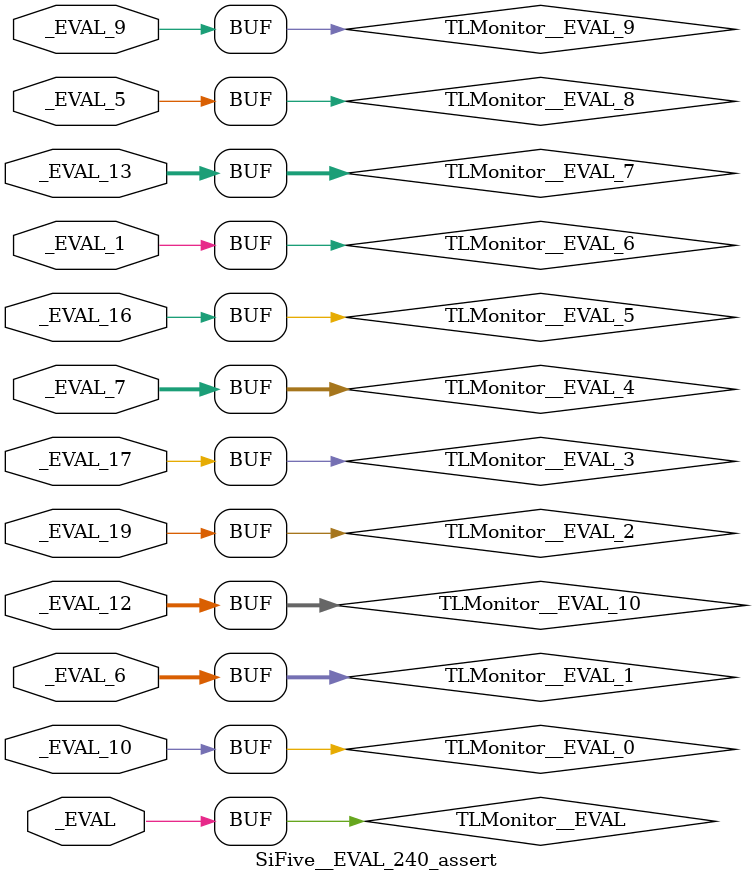
<source format=sv>
module SiFive__EVAL_240_assert(
  input         _EVAL,
  input         _EVAL_1,
  input         _EVAL_5,
  input  [3:0]  _EVAL_6,
  input  [2:0]  _EVAL_7,
  input         _EVAL_9,
  input         _EVAL_10,
  input  [31:0] _EVAL_12,
  input  [1:0]  _EVAL_13,
  input         _EVAL_16,
  input         _EVAL_17,
  input         _EVAL_19
);
  wire  TLMonitor__EVAL;
  wire  TLMonitor__EVAL_0;
  wire [3:0] TLMonitor__EVAL_1;
  wire  TLMonitor__EVAL_2;
  wire  TLMonitor__EVAL_3;
  wire [2:0] TLMonitor__EVAL_4;
  wire  TLMonitor__EVAL_5;
  wire  TLMonitor__EVAL_6;
  wire [1:0] TLMonitor__EVAL_7;
  wire  TLMonitor__EVAL_8;
  wire  TLMonitor__EVAL_9;
  wire [31:0] TLMonitor__EVAL_10;
  SiFive__EVAL_239_assert TLMonitor (
    ._EVAL(TLMonitor__EVAL),
    ._EVAL_0(TLMonitor__EVAL_0),
    ._EVAL_1(TLMonitor__EVAL_1),
    ._EVAL_2(TLMonitor__EVAL_2),
    ._EVAL_3(TLMonitor__EVAL_3),
    ._EVAL_4(TLMonitor__EVAL_4),
    ._EVAL_5(TLMonitor__EVAL_5),
    ._EVAL_6(TLMonitor__EVAL_6),
    ._EVAL_7(TLMonitor__EVAL_7),
    ._EVAL_8(TLMonitor__EVAL_8),
    ._EVAL_9(TLMonitor__EVAL_9),
    ._EVAL_10(TLMonitor__EVAL_10)
  );
  assign TLMonitor__EVAL_5 = _EVAL_16;
  assign TLMonitor__EVAL = _EVAL;
  assign TLMonitor__EVAL_6 = _EVAL_1;
  assign TLMonitor__EVAL_7 = _EVAL_13;
  assign TLMonitor__EVAL_9 = _EVAL_9;
  assign TLMonitor__EVAL_4 = _EVAL_7;
  assign TLMonitor__EVAL_1 = _EVAL_6;
  assign TLMonitor__EVAL_3 = _EVAL_17;
  assign TLMonitor__EVAL_8 = _EVAL_5;
  assign TLMonitor__EVAL_10 = _EVAL_12;
  assign TLMonitor__EVAL_0 = _EVAL_10;
  assign TLMonitor__EVAL_2 = _EVAL_19;

endmodule

</source>
